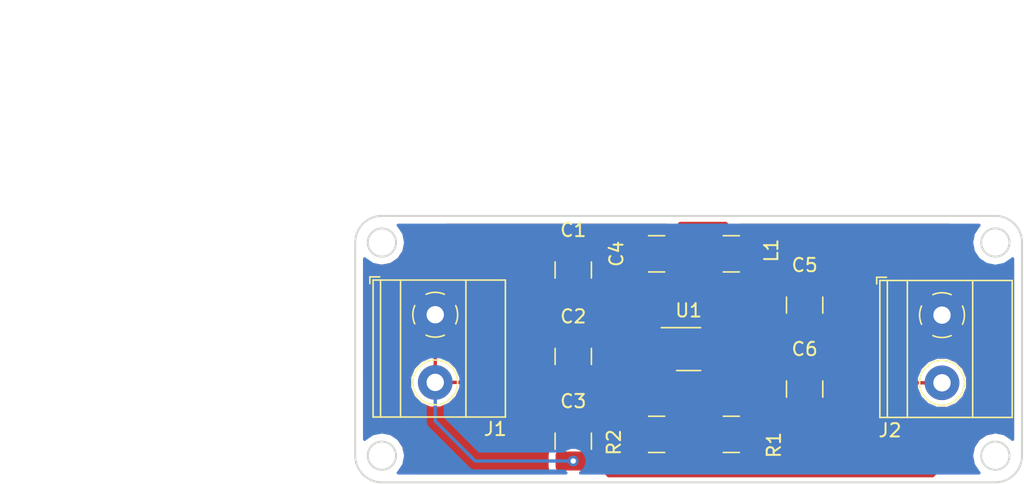
<source format=kicad_pcb>
(kicad_pcb (version 20171130) (host pcbnew "(5.0.0)")

  (general
    (thickness 1.6)
    (drawings 19)
    (tracks 124)
    (zones 0)
    (modules 12)
    (nets 7)
  )

  (page A4)
  (layers
    (0 F.Cu signal)
    (31 B.Cu signal)
    (32 B.Adhes user hide)
    (33 F.Adhes user hide)
    (34 B.Paste user)
    (35 F.Paste user hide)
    (36 B.SilkS user)
    (37 F.SilkS user)
    (38 B.Mask user)
    (39 F.Mask user)
    (40 Dwgs.User user hide)
    (41 Cmts.User user hide)
    (42 Eco1.User user hide)
    (43 Eco2.User user hide)
    (44 Edge.Cuts user)
    (45 Margin user)
    (46 B.CrtYd user hide)
    (47 F.CrtYd user hide)
    (48 B.Fab user hide)
    (49 F.Fab user hide)
  )

  (setup
    (last_trace_width 0.25)
    (user_trace_width 0.3)
    (user_trace_width 0.5)
    (user_trace_width 0.75)
    (user_trace_width 1)
    (user_trace_width 1.5)
    (user_trace_width 2)
    (trace_clearance 0.2)
    (zone_clearance 0.508)
    (zone_45_only no)
    (trace_min 0.2)
    (segment_width 0.2)
    (edge_width 0.15)
    (via_size 0.8)
    (via_drill 0.4)
    (via_min_size 0.4)
    (via_min_drill 0.3)
    (uvia_size 0.3)
    (uvia_drill 0.1)
    (uvias_allowed no)
    (uvia_min_size 0.2)
    (uvia_min_drill 0.1)
    (pcb_text_width 0.3)
    (pcb_text_size 1.5 1.5)
    (mod_edge_width 0.15)
    (mod_text_size 1 1)
    (mod_text_width 0.15)
    (pad_size 1.524 1.524)
    (pad_drill 0.762)
    (pad_to_mask_clearance 0.2)
    (aux_axis_origin 0 0)
    (visible_elements 7FFFFFFF)
    (pcbplotparams
      (layerselection 0x010fc_ffffffff)
      (usegerberextensions false)
      (usegerberattributes false)
      (usegerberadvancedattributes false)
      (creategerberjobfile false)
      (excludeedgelayer true)
      (linewidth 0.100000)
      (plotframeref false)
      (viasonmask false)
      (mode 1)
      (useauxorigin false)
      (hpglpennumber 1)
      (hpglpenspeed 20)
      (hpglpendiameter 15.000000)
      (psnegative false)
      (psa4output false)
      (plotreference true)
      (plotvalue true)
      (plotinvisibletext false)
      (padsonsilk false)
      (subtractmaskfromsilk false)
      (outputformat 1)
      (mirror false)
      (drillshape 1)
      (scaleselection 1)
      (outputdirectory "C:/Users/eduar/OneDrive - Universidad Autónoma de Nuevo León/Desktop/Curso PCBs/Practica 1 regulador de voltaje tps563200-20200330T234318Z-001/Imagenes/"))
  )

  (net 0 "")
  (net 1 VDD)
  (net 2 GND)
  (net 3 "Net-(C4-Pad2)")
  (net 4 "Net-(C4-Pad1)")
  (net 5 +5V)
  (net 6 "Net-(R1-Pad2)")

  (net_class Default "Esta es la clase de red por defecto."
    (clearance 0.2)
    (trace_width 0.25)
    (via_dia 0.8)
    (via_drill 0.4)
    (uvia_dia 0.3)
    (uvia_drill 0.1)
    (add_net +5V)
    (add_net GND)
    (add_net "Net-(C4-Pad1)")
    (add_net "Net-(C4-Pad2)")
    (add_net "Net-(R1-Pad2)")
    (add_net VDD)
  )

  (module TerminalBlock_Phoenix:TerminalBlock_Phoenix_MKDS-1,5-2-5.08_1x02_P5.08mm_Horizontal (layer F.Cu) (tedit 5B294EBC) (tstamp 5E83EC38)
    (at 118 89.42 270)
    (descr "Terminal Block Phoenix MKDS-1,5-2-5.08, 2 pins, pitch 5.08mm, size 10.2x9.8mm^2, drill diamater 1.3mm, pad diameter 2.6mm, see http://www.farnell.com/datasheets/100425.pdf, script-generated using https://github.com/pointhi/kicad-footprint-generator/scripts/TerminalBlock_Phoenix")
    (tags "THT Terminal Block Phoenix MKDS-1,5-2-5.08 pitch 5.08mm size 10.2x9.8mm^2 drill 1.3mm pad 2.6mm")
    (path /5E794FA5)
    (fp_text reference J1 (at 8.58 -4.5) (layer F.SilkS)
      (effects (font (size 1 1) (thickness 0.15)))
    )
    (fp_text value Screw_Terminal_01x02 (at -4 -3) (layer F.Fab)
      (effects (font (size 1 1) (thickness 0.15)))
    )
    (fp_text user %R (at 2.54 3.2 270) (layer F.Fab)
      (effects (font (size 1 1) (thickness 0.15)))
    )
    (fp_line (start 8.13 -5.71) (end -3.04 -5.71) (layer F.CrtYd) (width 0.05))
    (fp_line (start 8.13 5.1) (end 8.13 -5.71) (layer F.CrtYd) (width 0.05))
    (fp_line (start -3.04 5.1) (end 8.13 5.1) (layer F.CrtYd) (width 0.05))
    (fp_line (start -3.04 -5.71) (end -3.04 5.1) (layer F.CrtYd) (width 0.05))
    (fp_line (start -2.84 4.9) (end -2.34 4.9) (layer F.SilkS) (width 0.12))
    (fp_line (start -2.84 4.16) (end -2.84 4.9) (layer F.SilkS) (width 0.12))
    (fp_line (start 3.853 1.023) (end 3.806 1.069) (layer F.SilkS) (width 0.12))
    (fp_line (start 6.15 -1.275) (end 6.115 -1.239) (layer F.SilkS) (width 0.12))
    (fp_line (start 4.046 1.239) (end 4.011 1.274) (layer F.SilkS) (width 0.12))
    (fp_line (start 6.355 -1.069) (end 6.308 -1.023) (layer F.SilkS) (width 0.12))
    (fp_line (start 6.035 -1.138) (end 3.943 0.955) (layer F.Fab) (width 0.1))
    (fp_line (start 6.218 -0.955) (end 4.126 1.138) (layer F.Fab) (width 0.1))
    (fp_line (start 0.955 -1.138) (end -1.138 0.955) (layer F.Fab) (width 0.1))
    (fp_line (start 1.138 -0.955) (end -0.955 1.138) (layer F.Fab) (width 0.1))
    (fp_line (start 7.68 -5.261) (end 7.68 4.66) (layer F.SilkS) (width 0.12))
    (fp_line (start -2.6 -5.261) (end -2.6 4.66) (layer F.SilkS) (width 0.12))
    (fp_line (start -2.6 4.66) (end 7.68 4.66) (layer F.SilkS) (width 0.12))
    (fp_line (start -2.6 -5.261) (end 7.68 -5.261) (layer F.SilkS) (width 0.12))
    (fp_line (start -2.6 -2.301) (end 7.68 -2.301) (layer F.SilkS) (width 0.12))
    (fp_line (start -2.54 -2.3) (end 7.62 -2.3) (layer F.Fab) (width 0.1))
    (fp_line (start -2.6 2.6) (end 7.68 2.6) (layer F.SilkS) (width 0.12))
    (fp_line (start -2.54 2.6) (end 7.62 2.6) (layer F.Fab) (width 0.1))
    (fp_line (start -2.6 4.1) (end 7.68 4.1) (layer F.SilkS) (width 0.12))
    (fp_line (start -2.54 4.1) (end 7.62 4.1) (layer F.Fab) (width 0.1))
    (fp_line (start -2.54 4.1) (end -2.54 -5.2) (layer F.Fab) (width 0.1))
    (fp_line (start -2.04 4.6) (end -2.54 4.1) (layer F.Fab) (width 0.1))
    (fp_line (start 7.62 4.6) (end -2.04 4.6) (layer F.Fab) (width 0.1))
    (fp_line (start 7.62 -5.2) (end 7.62 4.6) (layer F.Fab) (width 0.1))
    (fp_line (start -2.54 -5.2) (end 7.62 -5.2) (layer F.Fab) (width 0.1))
    (fp_circle (center 5.08 0) (end 6.76 0) (layer F.SilkS) (width 0.12))
    (fp_circle (center 5.08 0) (end 6.58 0) (layer F.Fab) (width 0.1))
    (fp_circle (center 0 0) (end 1.5 0) (layer F.Fab) (width 0.1))
    (fp_arc (start 0 0) (end -0.684 1.535) (angle -25) (layer F.SilkS) (width 0.12))
    (fp_arc (start 0 0) (end -1.535 -0.684) (angle -48) (layer F.SilkS) (width 0.12))
    (fp_arc (start 0 0) (end 0.684 -1.535) (angle -48) (layer F.SilkS) (width 0.12))
    (fp_arc (start 0 0) (end 1.535 0.684) (angle -48) (layer F.SilkS) (width 0.12))
    (fp_arc (start 0 0) (end 0 1.68) (angle -24) (layer F.SilkS) (width 0.12))
    (pad 2 thru_hole circle (at 5.08 0 270) (size 2.6 2.6) (drill 1.3) (layers *.Cu *.Mask)
      (net 1 VDD))
    (pad 1 thru_hole rect (at 0 0 270) (size 2.6 2.6) (drill 1.3) (layers *.Cu *.Mask)
      (net 2 GND))
    (model ${KISYS3DMOD}/TerminalBlock_Phoenix.3dshapes/TerminalBlock_Phoenix_MKDS-1,5-2-5.08_1x02_P5.08mm_Horizontal.wrl
      (at (xyz 0 0 0))
      (scale (xyz 1 1 1))
      (rotate (xyz 0 0 0))
    )
  )

  (module TerminalBlock_Phoenix:TerminalBlock_Phoenix_MKDS-1,5-2-5.08_1x02_P5.08mm_Horizontal (layer F.Cu) (tedit 5B294EBC) (tstamp 5E91A7AC)
    (at 156 89.45 270)
    (descr "Terminal Block Phoenix MKDS-1,5-2-5.08, 2 pins, pitch 5.08mm, size 10.2x9.8mm^2, drill diamater 1.3mm, pad diameter 2.6mm, see http://www.farnell.com/datasheets/100425.pdf, script-generated using https://github.com/pointhi/kicad-footprint-generator/scripts/TerminalBlock_Phoenix")
    (tags "THT Terminal Block Phoenix MKDS-1,5-2-5.08 pitch 5.08mm size 10.2x9.8mm^2 drill 1.3mm pad 2.6mm")
    (path /5E82CC39)
    (fp_text reference J2 (at 8.65 3.9) (layer F.SilkS)
      (effects (font (size 1 1) (thickness 0.15)))
    )
    (fp_text value Screw_Terminal_01x02 (at -6 2) (layer F.Fab)
      (effects (font (size 1 1) (thickness 0.15)))
    )
    (fp_arc (start 0 0) (end 0 1.68) (angle -24) (layer F.SilkS) (width 0.12))
    (fp_arc (start 0 0) (end 1.535 0.684) (angle -48) (layer F.SilkS) (width 0.12))
    (fp_arc (start 0 0) (end 0.684 -1.535) (angle -48) (layer F.SilkS) (width 0.12))
    (fp_arc (start 0 0) (end -1.535 -0.684) (angle -48) (layer F.SilkS) (width 0.12))
    (fp_arc (start 0 0) (end -0.684 1.535) (angle -25) (layer F.SilkS) (width 0.12))
    (fp_circle (center 0 0) (end 1.5 0) (layer F.Fab) (width 0.1))
    (fp_circle (center 5.08 0) (end 6.58 0) (layer F.Fab) (width 0.1))
    (fp_circle (center 5.08 0) (end 6.76 0) (layer F.SilkS) (width 0.12))
    (fp_line (start -2.54 -5.2) (end 7.62 -5.2) (layer F.Fab) (width 0.1))
    (fp_line (start 7.62 -5.2) (end 7.62 4.6) (layer F.Fab) (width 0.1))
    (fp_line (start 7.62 4.6) (end -2.04 4.6) (layer F.Fab) (width 0.1))
    (fp_line (start -2.04 4.6) (end -2.54 4.1) (layer F.Fab) (width 0.1))
    (fp_line (start -2.54 4.1) (end -2.54 -5.2) (layer F.Fab) (width 0.1))
    (fp_line (start -2.54 4.1) (end 7.62 4.1) (layer F.Fab) (width 0.1))
    (fp_line (start -2.6 4.1) (end 7.68 4.1) (layer F.SilkS) (width 0.12))
    (fp_line (start -2.54 2.6) (end 7.62 2.6) (layer F.Fab) (width 0.1))
    (fp_line (start -2.6 2.6) (end 7.68 2.6) (layer F.SilkS) (width 0.12))
    (fp_line (start -2.54 -2.3) (end 7.62 -2.3) (layer F.Fab) (width 0.1))
    (fp_line (start -2.6 -2.301) (end 7.68 -2.301) (layer F.SilkS) (width 0.12))
    (fp_line (start -2.6 -5.261) (end 7.68 -5.261) (layer F.SilkS) (width 0.12))
    (fp_line (start -2.6 4.66) (end 7.68 4.66) (layer F.SilkS) (width 0.12))
    (fp_line (start -2.6 -5.261) (end -2.6 4.66) (layer F.SilkS) (width 0.12))
    (fp_line (start 7.68 -5.261) (end 7.68 4.66) (layer F.SilkS) (width 0.12))
    (fp_line (start 1.138 -0.955) (end -0.955 1.138) (layer F.Fab) (width 0.1))
    (fp_line (start 0.955 -1.138) (end -1.138 0.955) (layer F.Fab) (width 0.1))
    (fp_line (start 6.218 -0.955) (end 4.126 1.138) (layer F.Fab) (width 0.1))
    (fp_line (start 6.035 -1.138) (end 3.943 0.955) (layer F.Fab) (width 0.1))
    (fp_line (start 6.355 -1.069) (end 6.308 -1.023) (layer F.SilkS) (width 0.12))
    (fp_line (start 4.046 1.239) (end 4.011 1.274) (layer F.SilkS) (width 0.12))
    (fp_line (start 6.15 -1.275) (end 6.115 -1.239) (layer F.SilkS) (width 0.12))
    (fp_line (start 3.853 1.023) (end 3.806 1.069) (layer F.SilkS) (width 0.12))
    (fp_line (start -2.84 4.16) (end -2.84 4.9) (layer F.SilkS) (width 0.12))
    (fp_line (start -2.84 4.9) (end -2.34 4.9) (layer F.SilkS) (width 0.12))
    (fp_line (start -3.04 -5.71) (end -3.04 5.1) (layer F.CrtYd) (width 0.05))
    (fp_line (start -3.04 5.1) (end 8.13 5.1) (layer F.CrtYd) (width 0.05))
    (fp_line (start 8.13 5.1) (end 8.13 -5.71) (layer F.CrtYd) (width 0.05))
    (fp_line (start 8.13 -5.71) (end -3.04 -5.71) (layer F.CrtYd) (width 0.05))
    (fp_text user %R (at 2.54 3.2 270) (layer F.Fab)
      (effects (font (size 1 1) (thickness 0.15)))
    )
    (pad 1 thru_hole rect (at 0 0 270) (size 2.6 2.6) (drill 1.3) (layers *.Cu *.Mask)
      (net 2 GND))
    (pad 2 thru_hole circle (at 5.08 0 270) (size 2.6 2.6) (drill 1.3) (layers *.Cu *.Mask)
      (net 5 +5V))
    (model ${KISYS3DMOD}/TerminalBlock_Phoenix.3dshapes/TerminalBlock_Phoenix_MKDS-1,5-2-5.08_1x02_P5.08mm_Horizontal.wrl
      (at (xyz 0 0 0))
      (scale (xyz 1 1 1))
      (rotate (xyz 0 0 0))
    )
  )

  (module Capacitor_SMD:C_1210_3225Metric_Pad1.42x2.65mm_HandSolder (layer F.Cu) (tedit 5B301BBE) (tstamp 5E91AA67)
    (at 128.35 86.0625 90)
    (descr "Capacitor SMD 1210 (3225 Metric), square (rectangular) end terminal, IPC_7351 nominal with elongated pad for handsoldering. (Body size source: http://www.tortai-tech.com/upload/download/2011102023233369053.pdf), generated with kicad-footprint-generator")
    (tags "capacitor handsolder")
    (path /5E79524F)
    (attr smd)
    (fp_text reference C1 (at 3 0) (layer F.SilkS)
      (effects (font (size 1 1) (thickness 0.15)))
    )
    (fp_text value 10uF (at -3.5 0 180) (layer F.Fab)
      (effects (font (size 1 1) (thickness 0.15)))
    )
    (fp_text user %R (at 0 0 90) (layer F.Fab)
      (effects (font (size 0.8 0.8) (thickness 0.12)))
    )
    (fp_line (start 2.45 1.58) (end -2.45 1.58) (layer F.CrtYd) (width 0.05))
    (fp_line (start 2.45 -1.58) (end 2.45 1.58) (layer F.CrtYd) (width 0.05))
    (fp_line (start -2.45 -1.58) (end 2.45 -1.58) (layer F.CrtYd) (width 0.05))
    (fp_line (start -2.45 1.58) (end -2.45 -1.58) (layer F.CrtYd) (width 0.05))
    (fp_line (start -0.602064 1.36) (end 0.602064 1.36) (layer F.SilkS) (width 0.12))
    (fp_line (start -0.602064 -1.36) (end 0.602064 -1.36) (layer F.SilkS) (width 0.12))
    (fp_line (start 1.6 1.25) (end -1.6 1.25) (layer F.Fab) (width 0.1))
    (fp_line (start 1.6 -1.25) (end 1.6 1.25) (layer F.Fab) (width 0.1))
    (fp_line (start -1.6 -1.25) (end 1.6 -1.25) (layer F.Fab) (width 0.1))
    (fp_line (start -1.6 1.25) (end -1.6 -1.25) (layer F.Fab) (width 0.1))
    (pad 2 smd roundrect (at 1.4875 0 90) (size 1.425 2.65) (layers F.Cu F.Paste F.Mask) (roundrect_rratio 0.175439)
      (net 2 GND))
    (pad 1 smd roundrect (at -1.4875 0 90) (size 1.425 2.65) (layers F.Cu F.Paste F.Mask) (roundrect_rratio 0.175439)
      (net 1 VDD))
    (model ${KISYS3DMOD}/Capacitor_SMD.3dshapes/C_1210_3225Metric.wrl
      (at (xyz 0 0 0))
      (scale (xyz 1 1 1))
      (rotate (xyz 0 0 0))
    )
  )

  (module Capacitor_SMD:C_1210_3225Metric_Pad1.42x2.65mm_HandSolder (layer F.Cu) (tedit 5B301BBE) (tstamp 5E91AA37)
    (at 128.35 92.55 90)
    (descr "Capacitor SMD 1210 (3225 Metric), square (rectangular) end terminal, IPC_7351 nominal with elongated pad for handsoldering. (Body size source: http://www.tortai-tech.com/upload/download/2011102023233369053.pdf), generated with kicad-footprint-generator")
    (tags "capacitor handsolder")
    (path /5E829DC6)
    (attr smd)
    (fp_text reference C2 (at 3 0 180) (layer F.SilkS)
      (effects (font (size 1 1) (thickness 0.15)))
    )
    (fp_text value 10uF (at -3.5 0 180) (layer F.Fab)
      (effects (font (size 1 1) (thickness 0.15)))
    )
    (fp_text user %R (at 0 0 90) (layer F.Fab)
      (effects (font (size 0.8 0.8) (thickness 0.12)))
    )
    (fp_line (start 2.45 1.58) (end -2.45 1.58) (layer F.CrtYd) (width 0.05))
    (fp_line (start 2.45 -1.58) (end 2.45 1.58) (layer F.CrtYd) (width 0.05))
    (fp_line (start -2.45 -1.58) (end 2.45 -1.58) (layer F.CrtYd) (width 0.05))
    (fp_line (start -2.45 1.58) (end -2.45 -1.58) (layer F.CrtYd) (width 0.05))
    (fp_line (start -0.602064 1.36) (end 0.602064 1.36) (layer F.SilkS) (width 0.12))
    (fp_line (start -0.602064 -1.36) (end 0.602064 -1.36) (layer F.SilkS) (width 0.12))
    (fp_line (start 1.6 1.25) (end -1.6 1.25) (layer F.Fab) (width 0.1))
    (fp_line (start 1.6 -1.25) (end 1.6 1.25) (layer F.Fab) (width 0.1))
    (fp_line (start -1.6 -1.25) (end 1.6 -1.25) (layer F.Fab) (width 0.1))
    (fp_line (start -1.6 1.25) (end -1.6 -1.25) (layer F.Fab) (width 0.1))
    (pad 2 smd roundrect (at 1.4875 0 90) (size 1.425 2.65) (layers F.Cu F.Paste F.Mask) (roundrect_rratio 0.175439)
      (net 2 GND))
    (pad 1 smd roundrect (at -1.4875 0 90) (size 1.425 2.65) (layers F.Cu F.Paste F.Mask) (roundrect_rratio 0.175439)
      (net 1 VDD))
    (model ${KISYS3DMOD}/Capacitor_SMD.3dshapes/C_1210_3225Metric.wrl
      (at (xyz 0 0 0))
      (scale (xyz 1 1 1))
      (rotate (xyz 0 0 0))
    )
  )

  (module Capacitor_SMD:C_1210_3225Metric_Pad1.42x2.65mm_HandSolder (layer F.Cu) (tedit 5B301BBE) (tstamp 5E91AA07)
    (at 128.35 98.9125 90)
    (descr "Capacitor SMD 1210 (3225 Metric), square (rectangular) end terminal, IPC_7351 nominal with elongated pad for handsoldering. (Body size source: http://www.tortai-tech.com/upload/download/2011102023233369053.pdf), generated with kicad-footprint-generator")
    (tags "capacitor handsolder")
    (path /5E82A891)
    (attr smd)
    (fp_text reference C3 (at 3 0 180) (layer F.SilkS)
      (effects (font (size 1 1) (thickness 0.15)))
    )
    (fp_text value 0.1uF (at -3.5 0 180) (layer F.Fab)
      (effects (font (size 1 1) (thickness 0.15)))
    )
    (fp_line (start -1.6 1.25) (end -1.6 -1.25) (layer F.Fab) (width 0.1))
    (fp_line (start -1.6 -1.25) (end 1.6 -1.25) (layer F.Fab) (width 0.1))
    (fp_line (start 1.6 -1.25) (end 1.6 1.25) (layer F.Fab) (width 0.1))
    (fp_line (start 1.6 1.25) (end -1.6 1.25) (layer F.Fab) (width 0.1))
    (fp_line (start -0.602064 -1.36) (end 0.602064 -1.36) (layer F.SilkS) (width 0.12))
    (fp_line (start -0.602064 1.36) (end 0.602064 1.36) (layer F.SilkS) (width 0.12))
    (fp_line (start -2.45 1.58) (end -2.45 -1.58) (layer F.CrtYd) (width 0.05))
    (fp_line (start -2.45 -1.58) (end 2.45 -1.58) (layer F.CrtYd) (width 0.05))
    (fp_line (start 2.45 -1.58) (end 2.45 1.58) (layer F.CrtYd) (width 0.05))
    (fp_line (start 2.45 1.58) (end -2.45 1.58) (layer F.CrtYd) (width 0.05))
    (fp_text user %R (at 0 0 90) (layer F.Fab)
      (effects (font (size 0.8 0.8) (thickness 0.12)))
    )
    (pad 1 smd roundrect (at -1.4875 0 90) (size 1.425 2.65) (layers F.Cu F.Paste F.Mask) (roundrect_rratio 0.175439)
      (net 1 VDD))
    (pad 2 smd roundrect (at 1.4875 0 90) (size 1.425 2.65) (layers F.Cu F.Paste F.Mask) (roundrect_rratio 0.175439)
      (net 2 GND))
    (model ${KISYS3DMOD}/Capacitor_SMD.3dshapes/C_1210_3225Metric.wrl
      (at (xyz 0 0 0))
      (scale (xyz 1 1 1))
      (rotate (xyz 0 0 0))
    )
  )

  (module Capacitor_SMD:C_1210_3225Metric_Pad1.42x2.65mm_HandSolder (layer F.Cu) (tedit 5B301BBE) (tstamp 5E919213)
    (at 134.6 84.85)
    (descr "Capacitor SMD 1210 (3225 Metric), square (rectangular) end terminal, IPC_7351 nominal with elongated pad for handsoldering. (Body size source: http://www.tortai-tech.com/upload/download/2011102023233369053.pdf), generated with kicad-footprint-generator")
    (tags "capacitor handsolder")
    (path /5E832A4A)
    (attr smd)
    (fp_text reference C4 (at -3.0125 0 90) (layer F.SilkS)
      (effects (font (size 1 1) (thickness 0.15)))
    )
    (fp_text value 0.1uF (at 0 2.28) (layer F.Fab)
      (effects (font (size 1 1) (thickness 0.15)))
    )
    (fp_line (start -1.6 1.25) (end -1.6 -1.25) (layer F.Fab) (width 0.1))
    (fp_line (start -1.6 -1.25) (end 1.6 -1.25) (layer F.Fab) (width 0.1))
    (fp_line (start 1.6 -1.25) (end 1.6 1.25) (layer F.Fab) (width 0.1))
    (fp_line (start 1.6 1.25) (end -1.6 1.25) (layer F.Fab) (width 0.1))
    (fp_line (start -0.602064 -1.36) (end 0.602064 -1.36) (layer F.SilkS) (width 0.12))
    (fp_line (start -0.602064 1.36) (end 0.602064 1.36) (layer F.SilkS) (width 0.12))
    (fp_line (start -2.45 1.58) (end -2.45 -1.58) (layer F.CrtYd) (width 0.05))
    (fp_line (start -2.45 -1.58) (end 2.45 -1.58) (layer F.CrtYd) (width 0.05))
    (fp_line (start 2.45 -1.58) (end 2.45 1.58) (layer F.CrtYd) (width 0.05))
    (fp_line (start 2.45 1.58) (end -2.45 1.58) (layer F.CrtYd) (width 0.05))
    (fp_text user %R (at 0 0) (layer F.Fab)
      (effects (font (size 0.8 0.8) (thickness 0.12)))
    )
    (pad 1 smd roundrect (at -1.4875 0) (size 1.425 2.65) (layers F.Cu F.Paste F.Mask) (roundrect_rratio 0.175439)
      (net 4 "Net-(C4-Pad1)"))
    (pad 2 smd roundrect (at 1.4875 0) (size 1.425 2.65) (layers F.Cu F.Paste F.Mask) (roundrect_rratio 0.175439)
      (net 3 "Net-(C4-Pad2)"))
    (model ${KISYS3DMOD}/Capacitor_SMD.3dshapes/C_1210_3225Metric.wrl
      (at (xyz 0 0 0))
      (scale (xyz 1 1 1))
      (rotate (xyz 0 0 0))
    )
  )

  (module Capacitor_SMD:C_1210_3225Metric_Pad1.42x2.65mm_HandSolder (layer F.Cu) (tedit 5B301BBE) (tstamp 5E836212)
    (at 145.7 88.7 90)
    (descr "Capacitor SMD 1210 (3225 Metric), square (rectangular) end terminal, IPC_7351 nominal with elongated pad for handsoldering. (Body size source: http://www.tortai-tech.com/upload/download/2011102023233369053.pdf), generated with kicad-footprint-generator")
    (tags "capacitor handsolder")
    (path /5E8305A9)
    (attr smd)
    (fp_text reference C5 (at 3 0) (layer F.SilkS)
      (effects (font (size 1 1) (thickness 0.15)))
    )
    (fp_text value 22uF (at -3.5 0 180) (layer F.Fab)
      (effects (font (size 1 1) (thickness 0.15)))
    )
    (fp_line (start -1.6 1.25) (end -1.6 -1.25) (layer F.Fab) (width 0.1))
    (fp_line (start -1.6 -1.25) (end 1.6 -1.25) (layer F.Fab) (width 0.1))
    (fp_line (start 1.6 -1.25) (end 1.6 1.25) (layer F.Fab) (width 0.1))
    (fp_line (start 1.6 1.25) (end -1.6 1.25) (layer F.Fab) (width 0.1))
    (fp_line (start -0.602064 -1.36) (end 0.602064 -1.36) (layer F.SilkS) (width 0.12))
    (fp_line (start -0.602064 1.36) (end 0.602064 1.36) (layer F.SilkS) (width 0.12))
    (fp_line (start -2.45 1.58) (end -2.45 -1.58) (layer F.CrtYd) (width 0.05))
    (fp_line (start -2.45 -1.58) (end 2.45 -1.58) (layer F.CrtYd) (width 0.05))
    (fp_line (start 2.45 -1.58) (end 2.45 1.58) (layer F.CrtYd) (width 0.05))
    (fp_line (start 2.45 1.58) (end -2.45 1.58) (layer F.CrtYd) (width 0.05))
    (fp_text user %R (at 0 0 90) (layer F.Fab)
      (effects (font (size 0.8 0.8) (thickness 0.12)))
    )
    (pad 1 smd roundrect (at -1.4875 0 90) (size 1.425 2.65) (layers F.Cu F.Paste F.Mask) (roundrect_rratio 0.175439)
      (net 5 +5V))
    (pad 2 smd roundrect (at 1.4875 0 90) (size 1.425 2.65) (layers F.Cu F.Paste F.Mask) (roundrect_rratio 0.175439)
      (net 2 GND))
    (model ${KISYS3DMOD}/Capacitor_SMD.3dshapes/C_1210_3225Metric.wrl
      (at (xyz 0 0 0))
      (scale (xyz 1 1 1))
      (rotate (xyz 0 0 0))
    )
  )

  (module Capacitor_SMD:C_1210_3225Metric_Pad1.42x2.65mm_HandSolder (layer F.Cu) (tedit 5B301BBE) (tstamp 5E836242)
    (at 145.7 95 90)
    (descr "Capacitor SMD 1210 (3225 Metric), square (rectangular) end terminal, IPC_7351 nominal with elongated pad for handsoldering. (Body size source: http://www.tortai-tech.com/upload/download/2011102023233369053.pdf), generated with kicad-footprint-generator")
    (tags "capacitor handsolder")
    (path /5E79B431)
    (attr smd)
    (fp_text reference C6 (at 3 0 180) (layer F.SilkS)
      (effects (font (size 1 1) (thickness 0.15)))
    )
    (fp_text value 22uF (at -3.5 0 180) (layer F.Fab)
      (effects (font (size 1 1) (thickness 0.15)))
    )
    (fp_text user %R (at 0 0 90) (layer F.Fab)
      (effects (font (size 0.8 0.8) (thickness 0.12)))
    )
    (fp_line (start 2.45 1.58) (end -2.45 1.58) (layer F.CrtYd) (width 0.05))
    (fp_line (start 2.45 -1.58) (end 2.45 1.58) (layer F.CrtYd) (width 0.05))
    (fp_line (start -2.45 -1.58) (end 2.45 -1.58) (layer F.CrtYd) (width 0.05))
    (fp_line (start -2.45 1.58) (end -2.45 -1.58) (layer F.CrtYd) (width 0.05))
    (fp_line (start -0.602064 1.36) (end 0.602064 1.36) (layer F.SilkS) (width 0.12))
    (fp_line (start -0.602064 -1.36) (end 0.602064 -1.36) (layer F.SilkS) (width 0.12))
    (fp_line (start 1.6 1.25) (end -1.6 1.25) (layer F.Fab) (width 0.1))
    (fp_line (start 1.6 -1.25) (end 1.6 1.25) (layer F.Fab) (width 0.1))
    (fp_line (start -1.6 -1.25) (end 1.6 -1.25) (layer F.Fab) (width 0.1))
    (fp_line (start -1.6 1.25) (end -1.6 -1.25) (layer F.Fab) (width 0.1))
    (pad 2 smd roundrect (at 1.4875 0 90) (size 1.425 2.65) (layers F.Cu F.Paste F.Mask) (roundrect_rratio 0.175439)
      (net 2 GND))
    (pad 1 smd roundrect (at -1.4875 0 90) (size 1.425 2.65) (layers F.Cu F.Paste F.Mask) (roundrect_rratio 0.175439)
      (net 5 +5V))
    (model ${KISYS3DMOD}/Capacitor_SMD.3dshapes/C_1210_3225Metric.wrl
      (at (xyz 0 0 0))
      (scale (xyz 1 1 1))
      (rotate (xyz 0 0 0))
    )
  )

  (module Inductor_SMD:L_1210_3225Metric_Pad1.42x2.65mm_HandSolder (layer F.Cu) (tedit 5B301BBE) (tstamp 5E919243)
    (at 140.2 84.85)
    (descr "Capacitor SMD 1210 (3225 Metric), square (rectangular) end terminal, IPC_7351 nominal with elongated pad for handsoldering. (Body size source: http://www.tortai-tech.com/upload/download/2011102023233369053.pdf), generated with kicad-footprint-generator")
    (tags "inductor handsolder")
    (path /5E79AF54)
    (attr smd)
    (fp_text reference L1 (at 3 -0.25 90) (layer F.SilkS)
      (effects (font (size 1 1) (thickness 0.15)))
    )
    (fp_text value 2.2uH (at 0 2.28) (layer F.Fab)
      (effects (font (size 1 1) (thickness 0.15)))
    )
    (fp_text user %R (at 0 0) (layer F.Fab)
      (effects (font (size 0.8 0.8) (thickness 0.12)))
    )
    (fp_line (start 2.45 1.58) (end -2.45 1.58) (layer F.CrtYd) (width 0.05))
    (fp_line (start 2.45 -1.58) (end 2.45 1.58) (layer F.CrtYd) (width 0.05))
    (fp_line (start -2.45 -1.58) (end 2.45 -1.58) (layer F.CrtYd) (width 0.05))
    (fp_line (start -2.45 1.58) (end -2.45 -1.58) (layer F.CrtYd) (width 0.05))
    (fp_line (start -0.602064 1.36) (end 0.602064 1.36) (layer F.SilkS) (width 0.12))
    (fp_line (start -0.602064 -1.36) (end 0.602064 -1.36) (layer F.SilkS) (width 0.12))
    (fp_line (start 1.6 1.25) (end -1.6 1.25) (layer F.Fab) (width 0.1))
    (fp_line (start 1.6 -1.25) (end 1.6 1.25) (layer F.Fab) (width 0.1))
    (fp_line (start -1.6 -1.25) (end 1.6 -1.25) (layer F.Fab) (width 0.1))
    (fp_line (start -1.6 1.25) (end -1.6 -1.25) (layer F.Fab) (width 0.1))
    (pad 2 smd roundrect (at 1.4875 0) (size 1.425 2.65) (layers F.Cu F.Paste F.Mask) (roundrect_rratio 0.175439)
      (net 5 +5V))
    (pad 1 smd roundrect (at -1.4875 0) (size 1.425 2.65) (layers F.Cu F.Paste F.Mask) (roundrect_rratio 0.175439)
      (net 4 "Net-(C4-Pad1)"))
    (model ${KISYS3DMOD}/Inductor_SMD.3dshapes/L_1210_3225Metric.wrl
      (at (xyz 0 0 0))
      (scale (xyz 1 1 1))
      (rotate (xyz 0 0 0))
    )
  )

  (module Resistor_SMD:R_1210_3225Metric_Pad1.42x2.65mm_HandSolder (layer F.Cu) (tedit 5B301BBD) (tstamp 5E91A8E3)
    (at 140.2 98.4 180)
    (descr "Resistor SMD 1210 (3225 Metric), square (rectangular) end terminal, IPC_7351 nominal with elongated pad for handsoldering. (Body size source: http://www.tortai-tech.com/upload/download/2011102023233369053.pdf), generated with kicad-footprint-generator")
    (tags "resistor handsolder")
    (path /5E79C77A)
    (attr smd)
    (fp_text reference R1 (at -3.2 -0.8 270) (layer F.SilkS)
      (effects (font (size 1 1) (thickness 0.15)))
    )
    (fp_text value 54.9K (at -0.2 2.4) (layer F.Fab)
      (effects (font (size 1 1) (thickness 0.15)))
    )
    (fp_text user %R (at 0 0 180) (layer F.Fab)
      (effects (font (size 0.8 0.8) (thickness 0.12)))
    )
    (fp_line (start 2.45 1.58) (end -2.45 1.58) (layer F.CrtYd) (width 0.05))
    (fp_line (start 2.45 -1.58) (end 2.45 1.58) (layer F.CrtYd) (width 0.05))
    (fp_line (start -2.45 -1.58) (end 2.45 -1.58) (layer F.CrtYd) (width 0.05))
    (fp_line (start -2.45 1.58) (end -2.45 -1.58) (layer F.CrtYd) (width 0.05))
    (fp_line (start -0.602064 1.36) (end 0.602064 1.36) (layer F.SilkS) (width 0.12))
    (fp_line (start -0.602064 -1.36) (end 0.602064 -1.36) (layer F.SilkS) (width 0.12))
    (fp_line (start 1.6 1.25) (end -1.6 1.25) (layer F.Fab) (width 0.1))
    (fp_line (start 1.6 -1.25) (end 1.6 1.25) (layer F.Fab) (width 0.1))
    (fp_line (start -1.6 -1.25) (end 1.6 -1.25) (layer F.Fab) (width 0.1))
    (fp_line (start -1.6 1.25) (end -1.6 -1.25) (layer F.Fab) (width 0.1))
    (pad 2 smd roundrect (at 1.4875 0 180) (size 1.425 2.65) (layers F.Cu F.Paste F.Mask) (roundrect_rratio 0.175439)
      (net 6 "Net-(R1-Pad2)"))
    (pad 1 smd roundrect (at -1.4875 0 180) (size 1.425 2.65) (layers F.Cu F.Paste F.Mask) (roundrect_rratio 0.175439)
      (net 5 +5V))
    (model ${KISYS3DMOD}/Resistor_SMD.3dshapes/R_1210_3225Metric.wrl
      (at (xyz 0 0 0))
      (scale (xyz 1 1 1))
      (rotate (xyz 0 0 0))
    )
  )

  (module Resistor_SMD:R_1210_3225Metric_Pad1.42x2.65mm_HandSolder (layer F.Cu) (tedit 5B301BBD) (tstamp 5E9174E4)
    (at 134.6 98.4)
    (descr "Resistor SMD 1210 (3225 Metric), square (rectangular) end terminal, IPC_7351 nominal with elongated pad for handsoldering. (Body size source: http://www.tortai-tech.com/upload/download/2011102023233369053.pdf), generated with kicad-footprint-generator")
    (tags "resistor handsolder")
    (path /5E838E6C)
    (attr smd)
    (fp_text reference R2 (at -3.2 0.6 90) (layer F.SilkS)
      (effects (font (size 1 1) (thickness 0.15)))
    )
    (fp_text value 10K (at 0.2 -2.4 180) (layer F.Fab)
      (effects (font (size 1 1) (thickness 0.15)))
    )
    (fp_line (start -1.6 1.25) (end -1.6 -1.25) (layer F.Fab) (width 0.1))
    (fp_line (start -1.6 -1.25) (end 1.6 -1.25) (layer F.Fab) (width 0.1))
    (fp_line (start 1.6 -1.25) (end 1.6 1.25) (layer F.Fab) (width 0.1))
    (fp_line (start 1.6 1.25) (end -1.6 1.25) (layer F.Fab) (width 0.1))
    (fp_line (start -0.602064 -1.36) (end 0.602064 -1.36) (layer F.SilkS) (width 0.12))
    (fp_line (start -0.602064 1.36) (end 0.602064 1.36) (layer F.SilkS) (width 0.12))
    (fp_line (start -2.45 1.58) (end -2.45 -1.58) (layer F.CrtYd) (width 0.05))
    (fp_line (start -2.45 -1.58) (end 2.45 -1.58) (layer F.CrtYd) (width 0.05))
    (fp_line (start 2.45 -1.58) (end 2.45 1.58) (layer F.CrtYd) (width 0.05))
    (fp_line (start 2.45 1.58) (end -2.45 1.58) (layer F.CrtYd) (width 0.05))
    (fp_text user %R (at 0 0) (layer F.Fab)
      (effects (font (size 0.8 0.8) (thickness 0.12)))
    )
    (pad 1 smd roundrect (at -1.4875 0) (size 1.425 2.65) (layers F.Cu F.Paste F.Mask) (roundrect_rratio 0.175439)
      (net 6 "Net-(R1-Pad2)"))
    (pad 2 smd roundrect (at 1.4875 0) (size 1.425 2.65) (layers F.Cu F.Paste F.Mask) (roundrect_rratio 0.175439)
      (net 2 GND))
    (model ${KISYS3DMOD}/Resistor_SMD.3dshapes/R_1210_3225Metric.wrl
      (at (xyz 0 0 0))
      (scale (xyz 1 1 1))
      (rotate (xyz 0 0 0))
    )
  )

  (module Package_TO_SOT_SMD:SOT-23-6_Handsoldering (layer F.Cu) (tedit 5A02FF57) (tstamp 5E912A04)
    (at 137 92)
    (descr "6-pin SOT-23 package, Handsoldering")
    (tags "SOT-23-6 Handsoldering")
    (path /5E799866)
    (attr smd)
    (fp_text reference U1 (at 0 -2.9) (layer F.SilkS)
      (effects (font (size 1 1) (thickness 0.15)))
    )
    (fp_text value TPS563200 (at 0 2.9) (layer F.Fab)
      (effects (font (size 1 1) (thickness 0.15)))
    )
    (fp_line (start 0.9 -1.55) (end 0.9 1.55) (layer F.Fab) (width 0.1))
    (fp_line (start 0.9 1.55) (end -0.9 1.55) (layer F.Fab) (width 0.1))
    (fp_line (start -0.9 -0.9) (end -0.9 1.55) (layer F.Fab) (width 0.1))
    (fp_line (start 0.9 -1.55) (end -0.25 -1.55) (layer F.Fab) (width 0.1))
    (fp_line (start -0.9 -0.9) (end -0.25 -1.55) (layer F.Fab) (width 0.1))
    (fp_line (start -2.4 -1.8) (end 2.4 -1.8) (layer F.CrtYd) (width 0.05))
    (fp_line (start 2.4 -1.8) (end 2.4 1.8) (layer F.CrtYd) (width 0.05))
    (fp_line (start 2.4 1.8) (end -2.4 1.8) (layer F.CrtYd) (width 0.05))
    (fp_line (start -2.4 1.8) (end -2.4 -1.8) (layer F.CrtYd) (width 0.05))
    (fp_line (start 0.9 -1.61) (end -2.05 -1.61) (layer F.SilkS) (width 0.12))
    (fp_line (start -0.9 1.61) (end 0.9 1.61) (layer F.SilkS) (width 0.12))
    (fp_text user %R (at 0 0 90) (layer F.Fab)
      (effects (font (size 0.5 0.5) (thickness 0.075)))
    )
    (pad 5 smd rect (at 1.35 0) (size 1.56 0.65) (layers F.Cu F.Paste F.Mask)
      (net 1 VDD))
    (pad 6 smd rect (at 1.35 -0.95) (size 1.56 0.65) (layers F.Cu F.Paste F.Mask)
      (net 3 "Net-(C4-Pad2)"))
    (pad 4 smd rect (at 1.35 0.95) (size 1.56 0.65) (layers F.Cu F.Paste F.Mask)
      (net 6 "Net-(R1-Pad2)"))
    (pad 3 smd rect (at -1.35 0.95) (size 1.56 0.65) (layers F.Cu F.Paste F.Mask)
      (net 1 VDD))
    (pad 2 smd rect (at -1.35 0) (size 1.56 0.65) (layers F.Cu F.Paste F.Mask)
      (net 4 "Net-(C4-Pad1)"))
    (pad 1 smd rect (at -1.35 -0.95) (size 1.56 0.65) (layers F.Cu F.Paste F.Mask)
      (net 2 GND))
    (model ${KISYS3DMOD}/Package_TO_SOT_SMD.3dshapes/SOT-23-6.wrl
      (at (xyz 0 0 0))
      (scale (xyz 1 1 1))
      (rotate (xyz 0 0 0))
    )
  )

  (gr_arc (start 114 100) (end 112 100) (angle -90) (layer Edge.Cuts) (width 0.15))
  (gr_arc (start 114 84) (end 114 82) (angle -90) (layer Edge.Cuts) (width 0.15))
  (gr_arc (start 160 84) (end 162 84) (angle -90) (layer Edge.Cuts) (width 0.15))
  (gr_arc (start 160 100) (end 160 102) (angle -90) (layer Edge.Cuts) (width 0.15))
  (gr_circle (center 114 100) (end 115.06 99.98) (layer Edge.Cuts) (width 0.15) (tstamp 5E83EDAB))
  (gr_circle (center 114 84) (end 115.06 83.98) (layer Edge.Cuts) (width 0.15) (tstamp 5E83EDA5))
  (gr_circle (center 160 84) (end 161.06 83.98) (layer Edge.Cuts) (width 0.15) (tstamp 5E83EDA5))
  (gr_circle (center 160 100) (end 161.06 99.98) (layer Edge.Cuts) (width 0.15))
  (gr_line (start 137 82) (end 137 102) (layer Margin) (width 0.2))
  (dimension 25 (width 0.3) (layer Margin)
    (gr_text "25,000 mm" (at 149.5 74.900001) (layer Margin)
      (effects (font (size 1.5 1.5) (thickness 0.3)))
    )
    (feature1 (pts (xy 137 82) (xy 137 76.41358)))
    (feature2 (pts (xy 162 82) (xy 162 76.41358)))
    (crossbar (pts (xy 162 77.000001) (xy 137 77.000001)))
    (arrow1a (pts (xy 137 77.000001) (xy 138.126504 76.41358)))
    (arrow1b (pts (xy 137 77.000001) (xy 138.126504 77.586422)))
    (arrow2a (pts (xy 162 77.000001) (xy 160.873496 76.41358)))
    (arrow2b (pts (xy 162 77.000001) (xy 160.873496 77.586422)))
  )
  (gr_line (start 112 92) (end 162 92) (layer Margin) (width 0.2) (tstamp 5E83675D))
  (dimension 10 (width 0.3) (layer Margin)
    (gr_text "10,000 mm" (at 100.9 97 270) (layer Margin)
      (effects (font (size 1.5 1.5) (thickness 0.3)))
    )
    (feature1 (pts (xy 112 102) (xy 102.413579 102)))
    (feature2 (pts (xy 112 92) (xy 102.413579 92)))
    (crossbar (pts (xy 103 92) (xy 103 102)))
    (arrow1a (pts (xy 103 102) (xy 102.413579 100.873496)))
    (arrow1b (pts (xy 103 102) (xy 103.586421 100.873496)))
    (arrow2a (pts (xy 103 92) (xy 102.413579 93.126504)))
    (arrow2b (pts (xy 103 92) (xy 103.586421 93.126504)))
  )
  (dimension 20 (width 0.3) (layer Margin)
    (gr_text "20,000 mm" (at 90.9 92 270) (layer Margin)
      (effects (font (size 1.5 1.5) (thickness 0.3)))
    )
    (feature1 (pts (xy 112 102) (xy 92.413579 102)))
    (feature2 (pts (xy 112 82) (xy 92.413579 82)))
    (crossbar (pts (xy 93 82) (xy 93 102)))
    (arrow1a (pts (xy 93 102) (xy 92.413579 100.873496)))
    (arrow1b (pts (xy 93 102) (xy 93.586421 100.873496)))
    (arrow2a (pts (xy 93 82) (xy 92.413579 83.126504)))
    (arrow2b (pts (xy 93 82) (xy 93.586421 83.126504)))
  )
  (dimension 50 (width 0.3) (layer Margin)
    (gr_text "50,000 mm" (at 137 66.9) (layer Margin)
      (effects (font (size 1.5 1.5) (thickness 0.3)))
    )
    (feature1 (pts (xy 162 82) (xy 162 68.413579)))
    (feature2 (pts (xy 112 82) (xy 112 68.413579)))
    (crossbar (pts (xy 112 69) (xy 162 69)))
    (arrow1a (pts (xy 162 69) (xy 160.873496 69.586421)))
    (arrow1b (pts (xy 162 69) (xy 160.873496 68.413579)))
    (arrow2a (pts (xy 112 69) (xy 113.126504 69.586421)))
    (arrow2b (pts (xy 112 69) (xy 113.126504 68.413579)))
  )
  (gr_line (start 112 84) (end 112 92) (layer Edge.Cuts) (width 0.15))
  (gr_line (start 112 100) (end 112 92) (layer Edge.Cuts) (width 0.15))
  (gr_line (start 160 82) (end 114 82) (layer Edge.Cuts) (width 0.15))
  (gr_line (start 162 100) (end 162 84) (layer Edge.Cuts) (width 0.15) (tstamp 5E840AD0))
  (gr_line (start 114 102) (end 160 102) (layer Edge.Cuts) (width 0.15))

  (segment (start 126.925 87.55) (end 126.915 87.56) (width 0.25) (layer F.Cu) (net 1))
  (segment (start 128.35 87.55) (end 126.925 87.55) (width 0.25) (layer F.Cu) (net 1))
  (segment (start 124.26 87.55) (end 128.35 87.55) (width 0.25) (layer F.Cu) (net 1))
  (segment (start 119.87 91.94) (end 124.26 87.55) (width 0.25) (layer F.Cu) (net 1))
  (segment (start 118 94.5) (end 118 92.54) (width 0.25) (layer F.Cu) (net 1))
  (segment (start 118 92.54) (end 118.6 91.94) (width 0.25) (layer F.Cu) (net 1))
  (segment (start 137.63 92) (end 138.35 92) (width 0.25) (layer F.Cu) (net 1))
  (segment (start 136.68 92.95) (end 137.63 92) (width 0.25) (layer F.Cu) (net 1))
  (segment (start 135.65 92.95) (end 136.68 92.95) (width 0.25) (layer F.Cu) (net 1))
  (segment (start 128.35 94.0375) (end 130.9625 94.0375) (width 0.25) (layer F.Cu) (net 1))
  (segment (start 130.9625 94.0375) (end 132.05 92.95) (width 0.25) (layer F.Cu) (net 1))
  (segment (start 132.05 92.95) (end 135.65 92.95) (width 0.25) (layer F.Cu) (net 1))
  (segment (start 119.45 91.94) (end 119.87 91.94) (width 0.25) (layer F.Cu) (net 1))
  (segment (start 118.6 91.94) (end 119.45 91.94) (width 0.25) (layer F.Cu) (net 1))
  (segment (start 128.2125 93.9) (end 128.35 94.0375) (width 0.25) (layer F.Cu) (net 1))
  (segment (start 118 94.5) (end 118 97.4) (width 0.25) (layer B.Cu) (net 1))
  (segment (start 118 97.4) (end 121 100.4) (width 0.25) (layer B.Cu) (net 1))
  (via (at 128.35 100.4) (size 0.8) (drill 0.4) (layers F.Cu B.Cu) (net 1))
  (segment (start 121 100.4) (end 128.35 100.4) (width 0.25) (layer B.Cu) (net 1))
  (segment (start 118 94.5) (end 123.55 94.5) (width 0.25) (layer F.Cu) (net 1))
  (segment (start 124.0125 94.0375) (end 128.35 94.0375) (width 0.25) (layer F.Cu) (net 1))
  (segment (start 123.55 94.5) (end 124.0125 94.0375) (width 0.25) (layer F.Cu) (net 1))
  (segment (start 126.925 84.575) (end 126.9 84.6) (width 0.25) (layer F.Cu) (net 2))
  (segment (start 145.7 87.2125) (end 145.7 88.6) (width 0.25) (layer F.Cu) (net 2))
  (segment (start 145.7 88.6) (end 147.3 88.6) (width 0.25) (layer F.Cu) (net 2))
  (segment (start 147.3 88.6) (end 148.3 89.6) (width 0.25) (layer F.Cu) (net 2))
  (segment (start 148.3 91.1) (end 147.5 91.9) (width 0.25) (layer F.Cu) (net 2))
  (segment (start 147.5 91.9) (end 145.7 91.9) (width 0.25) (layer F.Cu) (net 2))
  (segment (start 145.7 91.9) (end 145.7 93.5125) (width 0.25) (layer F.Cu) (net 2))
  (segment (start 128.35 84.575) (end 126.925 84.575) (width 0.25) (layer F.Cu) (net 2))
  (segment (start 120.425 84.575) (end 128.35 84.575) (width 0.25) (layer F.Cu) (net 2))
  (segment (start 118 89.42) (end 118 87) (width 0.25) (layer F.Cu) (net 2))
  (segment (start 118 87) (end 120.425 84.575) (width 0.25) (layer F.Cu) (net 2))
  (segment (start 156 89.45) (end 152.65 89.45) (width 0.25) (layer F.Cu) (net 2))
  (segment (start 151.8 90.3) (end 148.3 90.3) (width 0.25) (layer F.Cu) (net 2))
  (segment (start 152.65 89.45) (end 151.8 90.3) (width 0.25) (layer F.Cu) (net 2))
  (segment (start 148.3 89.6) (end 148.3 90.3) (width 0.25) (layer F.Cu) (net 2))
  (segment (start 148.3 90.3) (end 148.3 91.1) (width 0.25) (layer F.Cu) (net 2))
  (segment (start 128.35 85.45) (end 128.35 84.575) (width 0.25) (layer F.Cu) (net 2))
  (segment (start 128.35 89.85) (end 129.05 89.15) (width 0.25) (layer F.Cu) (net 2))
  (segment (start 130.4 86.65) (end 129.85 86.1) (width 0.25) (layer F.Cu) (net 2))
  (segment (start 128.35 91.0625) (end 128.35 89.85) (width 0.25) (layer F.Cu) (net 2))
  (segment (start 129 86.1) (end 128.35 85.45) (width 0.25) (layer F.Cu) (net 2))
  (segment (start 129.85 86.1) (end 129 86.1) (width 0.25) (layer F.Cu) (net 2))
  (segment (start 130.4 86.65) (end 130.4 88.45) (width 0.25) (layer F.Cu) (net 2))
  (segment (start 129.7 89.15) (end 129.05 89.15) (width 0.25) (layer F.Cu) (net 2))
  (segment (start 130.4 88.45) (end 129.7 89.15) (width 0.25) (layer F.Cu) (net 2))
  (segment (start 136.0875 96.1375) (end 136.0875 98.4) (width 0.25) (layer F.Cu) (net 2))
  (segment (start 136.05 96.1) (end 136.0875 96.1375) (width 0.25) (layer F.Cu) (net 2))
  (segment (start 131.8 96.1) (end 136.05 96.1) (width 0.25) (layer F.Cu) (net 2))
  (segment (start 130.6 97.3) (end 131.8 96.1) (width 0.25) (layer F.Cu) (net 2))
  (segment (start 130.475 97.425) (end 130.6 97.3) (width 0.25) (layer F.Cu) (net 2))
  (segment (start 128.35 97.425) (end 130.475 97.425) (width 0.25) (layer F.Cu) (net 2))
  (segment (start 131.00001 101.50001) (end 130.6 101.1) (width 0.25) (layer F.Cu) (net 2))
  (segment (start 155.29999 101.50001) (end 131.00001 101.50001) (width 0.25) (layer F.Cu) (net 2))
  (segment (start 158.9 93.25) (end 158.9 97.9) (width 0.25) (layer F.Cu) (net 2))
  (segment (start 146.48321 94.29571) (end 151.69571 94.29571) (width 0.25) (layer F.Cu) (net 2))
  (segment (start 145.7 93.5125) (end 146.48321 94.29571) (width 0.25) (layer F.Cu) (net 2))
  (segment (start 158.9 97.9) (end 155.29999 101.50001) (width 0.25) (layer F.Cu) (net 2))
  (segment (start 151.69571 94.29571) (end 153.89142 92.1) (width 0.25) (layer F.Cu) (net 2))
  (segment (start 153.89142 92.1) (end 157.75 92.1) (width 0.25) (layer F.Cu) (net 2))
  (segment (start 130.6 101.1) (end 130.6 97.3) (width 0.25) (layer F.Cu) (net 2))
  (segment (start 157.75 92.1) (end 158.9 93.25) (width 0.25) (layer F.Cu) (net 2))
  (segment (start 135.65 91.05) (end 132.45 91.05) (width 0.25) (layer F.Cu) (net 2))
  (segment (start 130.4 89) (end 130.4 88.45) (width 0.25) (layer F.Cu) (net 2))
  (segment (start 132.45 91.05) (end 130.4 89) (width 0.25) (layer F.Cu) (net 2))
  (segment (start 136.05 95) (end 131.05 95) (width 0.25) (layer F.Cu) (net 2))
  (segment (start 131.05 95) (end 130.2 95.85) (width 0.25) (layer F.Cu) (net 2))
  (segment (start 130.2 95.85) (end 120.7 95.85) (width 0.25) (layer F.Cu) (net 2))
  (segment (start 120.7 95.85) (end 118.55 98) (width 0.25) (layer F.Cu) (net 2))
  (segment (start 118.55 98) (end 115.65 98) (width 0.25) (layer F.Cu) (net 2))
  (segment (start 115.65 98) (end 115.65 86.85) (width 0.25) (layer F.Cu) (net 2))
  (segment (start 115.65 86.85) (end 119.65 82.85) (width 0.25) (layer F.Cu) (net 2))
  (segment (start 119.65 82.85) (end 130.05 82.85) (width 0.25) (layer F.Cu) (net 2))
  (segment (start 130.05 82.85) (end 131.35 84.15) (width 0.25) (layer F.Cu) (net 2))
  (segment (start 131.35 84.15) (end 131.35 88.15) (width 0.25) (layer F.Cu) (net 2))
  (segment (start 131.35 88.15) (end 132.7 89.5) (width 0.25) (layer F.Cu) (net 2))
  (segment (start 132.7 89.5) (end 135.25 89.5) (width 0.25) (layer F.Cu) (net 2))
  (segment (start 135.65 89.9) (end 135.65 91.05) (width 0.25) (layer F.Cu) (net 2))
  (segment (start 135.25 89.5) (end 135.65 89.9) (width 0.25) (layer F.Cu) (net 2))
  (segment (start 136.0875 95.0375) (end 136.0875 98.4) (width 0.25) (layer F.Cu) (net 2))
  (segment (start 136.05 95) (end 136.0875 95.0375) (width 0.25) (layer F.Cu) (net 2))
  (segment (start 138.35 90.475) (end 138.35 91.05) (width 0.25) (layer F.Cu) (net 3))
  (segment (start 139.67 89.16) (end 138.82 89.16) (width 0.25) (layer F.Cu) (net 3))
  (segment (start 136.0875 82.8575) (end 136.375 82.57) (width 0.25) (layer F.Cu) (net 3))
  (segment (start 139.78 82.57) (end 140.21 83) (width 0.25) (layer F.Cu) (net 3))
  (segment (start 138.35 89.63) (end 138.35 91.05) (width 0.25) (layer F.Cu) (net 3))
  (segment (start 136.375 82.57) (end 139.78 82.57) (width 0.25) (layer F.Cu) (net 3))
  (segment (start 138.82 89.16) (end 138.35 89.63) (width 0.25) (layer F.Cu) (net 3))
  (segment (start 140.21 88.62) (end 139.67 89.16) (width 0.25) (layer F.Cu) (net 3))
  (segment (start 136.0875 84.85) (end 136.0875 82.8575) (width 0.25) (layer F.Cu) (net 3))
  (segment (start 140.21 83) (end 140.21 88.62) (width 0.25) (layer F.Cu) (net 3))
  (segment (start 138.7125 84.85) (end 138.7125 86.8775) (width 0.25) (layer F.Cu) (net 4))
  (segment (start 138.7125 86.8775) (end 138.03 87.56) (width 0.25) (layer F.Cu) (net 4))
  (segment (start 138.03 87.56) (end 133.92 87.56) (width 0.25) (layer F.Cu) (net 4))
  (segment (start 133.1125 86.7525) (end 133.1125 84.85) (width 0.25) (layer F.Cu) (net 4))
  (segment (start 133.92 87.56) (end 133.1125 86.7525) (width 0.25) (layer F.Cu) (net 4))
  (segment (start 137 88.59) (end 138.03 87.56) (width 0.25) (layer F.Cu) (net 4))
  (segment (start 137 91.68) (end 137 88.59) (width 0.25) (layer F.Cu) (net 4))
  (segment (start 135.65 92) (end 136.68 92) (width 0.25) (layer F.Cu) (net 4))
  (segment (start 136.68 92) (end 137 91.68) (width 0.25) (layer F.Cu) (net 4))
  (segment (start 145.7 97.9) (end 145.7 96.4875) (width 0.25) (layer F.Cu) (net 5))
  (segment (start 141.6875 98.4) (end 145.2 98.4) (width 0.25) (layer F.Cu) (net 5))
  (segment (start 145.2 98.4) (end 145.7 97.9) (width 0.25) (layer F.Cu) (net 5))
  (segment (start 152.62 94.53) (end 156 94.53) (width 0.25) (layer F.Cu) (net 5))
  (segment (start 145.7 96.4875) (end 150.6625 96.4875) (width 0.25) (layer F.Cu) (net 5))
  (segment (start 150.6625 96.4875) (end 152.62 94.53) (width 0.25) (layer F.Cu) (net 5))
  (segment (start 141.6875 84.85) (end 141.6875 88.8375) (width 0.25) (layer F.Cu) (net 5))
  (segment (start 143.0375 90.1875) (end 145.7 90.1875) (width 0.25) (layer F.Cu) (net 5))
  (segment (start 141.6875 88.8375) (end 143.0375 90.1875) (width 0.25) (layer F.Cu) (net 5))
  (segment (start 141.76 91.465) (end 143.0375 90.1875) (width 0.25) (layer F.Cu) (net 5))
  (segment (start 141.76 95.18) (end 141.76 91.465) (width 0.25) (layer F.Cu) (net 5))
  (segment (start 145.7 96.4875) (end 143.0675 96.4875) (width 0.25) (layer F.Cu) (net 5))
  (segment (start 143.0675 96.4875) (end 141.76 95.18) (width 0.25) (layer F.Cu) (net 5))
  (segment (start 138.35 92.95) (end 138.35 94.65) (width 0.25) (layer F.Cu) (net 6))
  (segment (start 138.7125 95.0125) (end 138.7125 98.4) (width 0.25) (layer F.Cu) (net 6))
  (segment (start 138.35 94.65) (end 138.7125 95.0125) (width 0.25) (layer F.Cu) (net 6))
  (segment (start 138.7125 98.4) (end 138.7125 99.7375) (width 0.25) (layer F.Cu) (net 6))
  (segment (start 133.1125 100.2725) (end 133.1125 98.4) (width 0.25) (layer F.Cu) (net 6))
  (segment (start 133.87 101.03) (end 133.1125 100.2725) (width 0.25) (layer F.Cu) (net 6))
  (segment (start 133.87 101.05) (end 133.87 101.03) (width 0.25) (layer F.Cu) (net 6))
  (segment (start 137.8 101.05) (end 133.87 101.05) (width 0.25) (layer F.Cu) (net 6))
  (segment (start 138.7125 98.4) (end 138.7125 100.1375) (width 0.25) (layer F.Cu) (net 6))
  (segment (start 138.7125 100.1375) (end 137.8 101.05) (width 0.25) (layer F.Cu) (net 6))

  (zone (net 2) (net_name GND) (layer F.Cu) (tstamp 0) (hatch edge 0.508)
    (connect_pads yes (clearance 0.508))
    (min_thickness 0.254)
    (fill yes (arc_segments 16) (thermal_gap 0.508) (thermal_bridge_width 0.508))
    (polygon
      (pts
        (xy 112.5 86.5) (xy 119 82.5) (xy 156.5 82.5) (xy 160.25 87.25) (xy 160 98.25)
        (xy 156 101.75) (xy 116.75 101.75) (xy 112.5 94)
      )
    )
    (filled_polygon
      (pts
        (xy 160.121994 87.292816) (xy 159.874303 98.191232) (xy 159.809841 98.247636) (xy 159.314924 98.346081) (xy 158.734145 98.734145)
        (xy 158.346081 99.314924) (xy 158.294664 99.573416) (xy 156.332853 101.29) (xy 138.634801 101.29) (xy 139.196973 100.727829)
        (xy 139.260429 100.685429) (xy 139.428404 100.434037) (xy 139.451601 100.31742) (xy 139.518435 100.304126) (xy 139.809586 100.109586)
        (xy 140.004126 99.818435) (xy 140.07244 99.475) (xy 140.07244 97.325) (xy 140.004126 96.981565) (xy 139.809586 96.690414)
        (xy 139.518435 96.495874) (xy 139.4725 96.486737) (xy 139.4725 95.087346) (xy 139.487388 95.012499) (xy 139.4725 94.937652)
        (xy 139.4725 94.937648) (xy 139.428404 94.715963) (xy 139.260429 94.464571) (xy 139.196973 94.422171) (xy 139.11 94.335198)
        (xy 139.11 93.92244) (xy 139.13 93.92244) (xy 139.377765 93.873157) (xy 139.587809 93.732809) (xy 139.728157 93.522765)
        (xy 139.77744 93.275) (xy 139.77744 92.625) (xy 139.747603 92.475) (xy 139.77744 92.325) (xy 139.77744 91.675)
        (xy 139.747603 91.525) (xy 139.77744 91.375) (xy 139.77744 90.725) (xy 139.728157 90.477235) (xy 139.587809 90.267191)
        (xy 139.377765 90.126843) (xy 139.13 90.07756) (xy 139.11 90.07756) (xy 139.11 89.944801) (xy 139.134802 89.92)
        (xy 139.595153 89.92) (xy 139.67 89.934888) (xy 139.744847 89.92) (xy 139.744852 89.92) (xy 139.966537 89.875904)
        (xy 140.217929 89.707929) (xy 140.26033 89.644471) (xy 140.694475 89.210328) (xy 140.757929 89.167929) (xy 140.800327 89.104476)
        (xy 140.800329 89.104474) (xy 140.925903 88.916538) (xy 140.925904 88.916537) (xy 140.927119 88.91043) (xy 140.927501 88.912352)
        (xy 140.971597 89.134037) (xy 141.139572 89.385429) (xy 141.203028 89.427829) (xy 141.962698 90.1875) (xy 141.275528 90.874671)
        (xy 141.212072 90.917071) (xy 141.169672 90.980527) (xy 141.169671 90.980528) (xy 141.044097 91.168463) (xy 140.985112 91.465)
        (xy 141.000001 91.539852) (xy 141 95.105153) (xy 140.985112 95.18) (xy 141 95.254847) (xy 141 95.254851)
        (xy 141.044096 95.476536) (xy 141.212071 95.727929) (xy 141.27553 95.770331) (xy 141.932758 96.42756) (xy 141.225 96.42756)
        (xy 140.881565 96.495874) (xy 140.590414 96.690414) (xy 140.395874 96.981565) (xy 140.32756 97.325) (xy 140.32756 99.475)
        (xy 140.395874 99.818435) (xy 140.590414 100.109586) (xy 140.881565 100.304126) (xy 141.225 100.37244) (xy 142.15 100.37244)
        (xy 142.493435 100.304126) (xy 142.784586 100.109586) (xy 142.979126 99.818435) (xy 143.04744 99.475) (xy 143.04744 99.16)
        (xy 145.125153 99.16) (xy 145.2 99.174888) (xy 145.274847 99.16) (xy 145.274852 99.16) (xy 145.496537 99.115904)
        (xy 145.747929 98.947929) (xy 145.790331 98.884471) (xy 146.184473 98.490329) (xy 146.247929 98.447929) (xy 146.407035 98.209811)
        (xy 146.415904 98.196538) (xy 146.434417 98.103464) (xy 146.46 97.974852) (xy 146.46 97.974848) (xy 146.474888 97.9)
        (xy 146.464433 97.84744) (xy 146.775 97.84744) (xy 147.118435 97.779126) (xy 147.409586 97.584586) (xy 147.604126 97.293435)
        (xy 147.613263 97.2475) (xy 150.587653 97.2475) (xy 150.6625 97.262388) (xy 150.737347 97.2475) (xy 150.737352 97.2475)
        (xy 150.959037 97.203404) (xy 151.210429 97.035429) (xy 151.252831 96.97197) (xy 152.934802 95.29) (xy 154.220373 95.29)
        (xy 154.359586 95.62609) (xy 154.90391 96.170414) (xy 155.615105 96.465) (xy 156.384895 96.465) (xy 157.09609 96.170414)
        (xy 157.640414 95.62609) (xy 157.935 94.914895) (xy 157.935 94.145105) (xy 157.640414 93.43391) (xy 157.09609 92.889586)
        (xy 156.384895 92.595) (xy 155.615105 92.595) (xy 154.90391 92.889586) (xy 154.359586 93.43391) (xy 154.220373 93.77)
        (xy 152.694846 93.77) (xy 152.619999 93.755112) (xy 152.545152 93.77) (xy 152.545148 93.77) (xy 152.323463 93.814096)
        (xy 152.072071 93.982071) (xy 152.029671 94.045527) (xy 150.347699 95.7275) (xy 147.613263 95.7275) (xy 147.604126 95.681565)
        (xy 147.409586 95.390414) (xy 147.118435 95.195874) (xy 146.775 95.12756) (xy 144.625 95.12756) (xy 144.281565 95.195874)
        (xy 143.990414 95.390414) (xy 143.795874 95.681565) (xy 143.786737 95.7275) (xy 143.382302 95.7275) (xy 142.52 94.865199)
        (xy 142.52 91.779801) (xy 143.352302 90.9475) (xy 143.786737 90.9475) (xy 143.795874 90.993435) (xy 143.990414 91.284586)
        (xy 144.281565 91.479126) (xy 144.625 91.54744) (xy 146.775 91.54744) (xy 147.118435 91.479126) (xy 147.409586 91.284586)
        (xy 147.604126 90.993435) (xy 147.67244 90.65) (xy 147.67244 89.725) (xy 147.604126 89.381565) (xy 147.409586 89.090414)
        (xy 147.118435 88.895874) (xy 146.775 88.82756) (xy 144.625 88.82756) (xy 144.281565 88.895874) (xy 143.990414 89.090414)
        (xy 143.795874 89.381565) (xy 143.786737 89.4275) (xy 143.352303 89.4275) (xy 142.4475 88.522699) (xy 142.4475 86.763263)
        (xy 142.493435 86.754126) (xy 142.784586 86.559586) (xy 142.979126 86.268435) (xy 143.04744 85.925) (xy 143.04744 83.775)
        (xy 142.979126 83.431565) (xy 142.784586 83.140414) (xy 142.493435 82.945874) (xy 142.15 82.87756) (xy 141.225 82.87756)
        (xy 140.970599 82.928164) (xy 140.97 82.925152) (xy 140.97 82.925148) (xy 140.927204 82.71) (xy 156.503982 82.71)
      )
    )
    (filled_polygon
      (pts
        (xy 135.312612 82.8575) (xy 135.327501 82.932352) (xy 135.327501 82.936737) (xy 135.281565 82.945874) (xy 134.990414 83.140414)
        (xy 134.795874 83.431565) (xy 134.72756 83.775) (xy 134.72756 85.925) (xy 134.795874 86.268435) (xy 134.990414 86.559586)
        (xy 135.281565 86.754126) (xy 135.512187 86.8) (xy 134.234802 86.8) (xy 134.080584 86.645782) (xy 134.209586 86.559586)
        (xy 134.404126 86.268435) (xy 134.47244 85.925) (xy 134.47244 83.775) (xy 134.404126 83.431565) (xy 134.209586 83.140414)
        (xy 133.918435 82.945874) (xy 133.575 82.87756) (xy 132.65 82.87756) (xy 132.306565 82.945874) (xy 132.015414 83.140414)
        (xy 131.820874 83.431565) (xy 131.75256 83.775) (xy 131.75256 85.925) (xy 131.820874 86.268435) (xy 132.015414 86.559586)
        (xy 132.306565 86.754126) (xy 132.339228 86.760623) (xy 132.3525 86.827347) (xy 132.3525 86.827351) (xy 132.396596 87.049036)
        (xy 132.564571 87.300429) (xy 132.628029 87.342831) (xy 133.329673 88.044475) (xy 133.372071 88.107929) (xy 133.435524 88.150327)
        (xy 133.435526 88.150329) (xy 133.560902 88.234102) (xy 133.623463 88.275904) (xy 133.845148 88.32) (xy 133.845152 88.32)
        (xy 133.919999 88.334888) (xy 133.994846 88.32) (xy 136.278818 88.32) (xy 136.225112 88.59) (xy 136.240001 88.664852)
        (xy 136.24 91.02756) (xy 134.87 91.02756) (xy 134.622235 91.076843) (xy 134.412191 91.217191) (xy 134.271843 91.427235)
        (xy 134.22256 91.675) (xy 134.22256 92.19) (xy 132.124846 92.19) (xy 132.049999 92.175112) (xy 131.975152 92.19)
        (xy 131.975148 92.19) (xy 131.753463 92.234096) (xy 131.502071 92.402071) (xy 131.459671 92.465527) (xy 130.647699 93.2775)
        (xy 130.263263 93.2775) (xy 130.254126 93.231565) (xy 130.059586 92.940414) (xy 129.768435 92.745874) (xy 129.425 92.67756)
        (xy 127.275 92.67756) (xy 126.931565 92.745874) (xy 126.640414 92.940414) (xy 126.445874 93.231565) (xy 126.436737 93.2775)
        (xy 124.087348 93.2775) (xy 124.0125 93.262612) (xy 123.937652 93.2775) (xy 123.937648 93.2775) (xy 123.775914 93.309671)
        (xy 123.715962 93.321596) (xy 123.622218 93.384234) (xy 123.464571 93.489571) (xy 123.422169 93.55303) (xy 123.235199 93.74)
        (xy 119.779627 93.74) (xy 119.640414 93.40391) (xy 119.09609 92.859586) (xy 118.855055 92.759746) (xy 118.914802 92.7)
        (xy 119.795153 92.7) (xy 119.87 92.714888) (xy 119.944847 92.7) (xy 120.134852 92.7) (xy 120.356537 92.655904)
        (xy 120.607929 92.487929) (xy 120.775904 92.236537) (xy 120.807597 92.077204) (xy 124.574802 88.31) (xy 126.436737 88.31)
        (xy 126.445874 88.355935) (xy 126.640414 88.647086) (xy 126.931565 88.841626) (xy 127.275 88.90994) (xy 129.425 88.90994)
        (xy 129.768435 88.841626) (xy 130.059586 88.647086) (xy 130.254126 88.355935) (xy 130.32244 88.0125) (xy 130.32244 87.0875)
        (xy 130.254126 86.744065) (xy 130.059586 86.452914) (xy 129.768435 86.258374) (xy 129.425 86.19006) (xy 127.275 86.19006)
        (xy 126.931565 86.258374) (xy 126.640414 86.452914) (xy 126.445874 86.744065) (xy 126.436737 86.79) (xy 124.334848 86.79)
        (xy 124.26 86.775112) (xy 124.185152 86.79) (xy 124.185148 86.79) (xy 123.963463 86.834096) (xy 123.712071 87.002071)
        (xy 123.669671 87.065527) (xy 119.555199 91.18) (xy 118.674846 91.18) (xy 118.599999 91.165112) (xy 118.525152 91.18)
        (xy 118.525148 91.18) (xy 118.303463 91.224096) (xy 118.052071 91.392071) (xy 118.009671 91.455527) (xy 117.515528 91.949671)
        (xy 117.452072 91.992071) (xy 117.409672 92.055527) (xy 117.409671 92.055528) (xy 117.284097 92.243463) (xy 117.225112 92.54)
        (xy 117.240001 92.614852) (xy 117.240001 92.720373) (xy 116.90391 92.859586) (xy 116.359586 93.40391) (xy 116.065 94.115105)
        (xy 116.065 94.884895) (xy 116.359586 95.59609) (xy 116.90391 96.140414) (xy 117.615105 96.435) (xy 118.384895 96.435)
        (xy 119.09609 96.140414) (xy 119.640414 95.59609) (xy 119.779627 95.26) (xy 123.475153 95.26) (xy 123.55 95.274888)
        (xy 123.624847 95.26) (xy 123.624852 95.26) (xy 123.846537 95.215904) (xy 124.097929 95.047929) (xy 124.140331 94.98447)
        (xy 124.327301 94.7975) (xy 126.436737 94.7975) (xy 126.445874 94.843435) (xy 126.640414 95.134586) (xy 126.931565 95.329126)
        (xy 127.275 95.39744) (xy 129.425 95.39744) (xy 129.768435 95.329126) (xy 130.059586 95.134586) (xy 130.254126 94.843435)
        (xy 130.263263 94.7975) (xy 130.887653 94.7975) (xy 130.9625 94.812388) (xy 131.037347 94.7975) (xy 131.037352 94.7975)
        (xy 131.259037 94.753404) (xy 131.510429 94.585429) (xy 131.552831 94.52197) (xy 132.364802 93.71) (xy 134.39695 93.71)
        (xy 134.412191 93.732809) (xy 134.622235 93.873157) (xy 134.87 93.92244) (xy 136.43 93.92244) (xy 136.677765 93.873157)
        (xy 136.887809 93.732809) (xy 136.925766 93.676003) (xy 136.976537 93.665904) (xy 137.039414 93.623891) (xy 137.112191 93.732809)
        (xy 137.322235 93.873157) (xy 137.57 93.92244) (xy 137.590001 93.92244) (xy 137.590001 94.575149) (xy 137.575112 94.65)
        (xy 137.590001 94.724852) (xy 137.634097 94.946537) (xy 137.802072 95.197929) (xy 137.865527 95.240329) (xy 137.9525 95.327302)
        (xy 137.9525 96.486737) (xy 137.906565 96.495874) (xy 137.615414 96.690414) (xy 137.420874 96.981565) (xy 137.35256 97.325)
        (xy 137.35256 99.475) (xy 137.420874 99.818435) (xy 137.615414 100.109586) (xy 137.645506 100.129693) (xy 137.485199 100.29)
        (xy 134.204802 100.29) (xy 134.098567 100.183766) (xy 134.209586 100.109586) (xy 134.404126 99.818435) (xy 134.47244 99.475)
        (xy 134.47244 97.325) (xy 134.404126 96.981565) (xy 134.209586 96.690414) (xy 133.918435 96.495874) (xy 133.575 96.42756)
        (xy 132.65 96.42756) (xy 132.306565 96.495874) (xy 132.015414 96.690414) (xy 131.820874 96.981565) (xy 131.75256 97.325)
        (xy 131.75256 99.475) (xy 131.820874 99.818435) (xy 132.015414 100.109586) (xy 132.306565 100.304126) (xy 132.345441 100.311859)
        (xy 132.3525 100.347347) (xy 132.3525 100.347351) (xy 132.396596 100.569036) (xy 132.564571 100.820429) (xy 132.62803 100.862831)
        (xy 133.055198 101.29) (xy 130.197956 101.29) (xy 130.254126 101.205935) (xy 130.32244 100.8625) (xy 130.32244 99.9375)
        (xy 130.254126 99.594065) (xy 130.059586 99.302914) (xy 129.768435 99.108374) (xy 129.425 99.04006) (xy 127.275 99.04006)
        (xy 126.931565 99.108374) (xy 126.640414 99.302914) (xy 126.445874 99.594065) (xy 126.37756 99.9375) (xy 126.37756 100.8625)
        (xy 126.445874 101.205935) (xy 126.502044 101.29) (xy 116.642585 101.29) (xy 115.707672 99.585159) (xy 115.653919 99.314924)
        (xy 115.265855 98.734145) (xy 115.226605 98.707919) (xy 112.71 94.118816) (xy 112.71 86.51989) (xy 113.921227 85.77452)
        (xy 114 85.790189) (xy 114.685076 85.653919) (xy 115.265855 85.265855) (xy 115.627624 84.724429) (xy 118.901072 82.71)
        (xy 135.341952 82.71)
      )
    )
  )
  (zone (net 2) (net_name GND) (layer B.Cu) (tstamp 0) (hatch edge 0.508)
    (connect_pads yes (clearance 0.508))
    (min_thickness 0.254)
    (fill yes (arc_segments 16) (thermal_gap 0.508) (thermal_bridge_width 0.508))
    (polygon
      (pts
        (xy 112 82) (xy 112 102) (xy 162 102) (xy 162 82)
      )
    )
    (filled_polygon
      (pts
        (xy 158.734145 82.734145) (xy 158.346081 83.314924) (xy 158.209811 84) (xy 158.346081 84.685076) (xy 158.734145 85.265855)
        (xy 159.314924 85.653919) (xy 160 85.790189) (xy 160.685076 85.653919) (xy 161.265855 85.265855) (xy 161.290001 85.229718)
        (xy 161.29 98.770281) (xy 161.265855 98.734145) (xy 160.685076 98.346081) (xy 160 98.209811) (xy 159.314924 98.346081)
        (xy 158.734145 98.734145) (xy 158.346081 99.314924) (xy 158.209811 100) (xy 158.346081 100.685076) (xy 158.734145 101.265855)
        (xy 158.770281 101.29) (xy 128.905936 101.29) (xy 128.93628 101.277431) (xy 129.227431 100.98628) (xy 129.385 100.605874)
        (xy 129.385 100.194126) (xy 129.227431 99.81372) (xy 128.93628 99.522569) (xy 128.555874 99.365) (xy 128.144126 99.365)
        (xy 127.76372 99.522569) (xy 127.646289 99.64) (xy 121.314802 99.64) (xy 118.76 97.085199) (xy 118.76 96.279627)
        (xy 119.09609 96.140414) (xy 119.640414 95.59609) (xy 119.935 94.884895) (xy 119.935 94.145105) (xy 154.065 94.145105)
        (xy 154.065 94.914895) (xy 154.359586 95.62609) (xy 154.90391 96.170414) (xy 155.615105 96.465) (xy 156.384895 96.465)
        (xy 157.09609 96.170414) (xy 157.640414 95.62609) (xy 157.935 94.914895) (xy 157.935 94.145105) (xy 157.640414 93.43391)
        (xy 157.09609 92.889586) (xy 156.384895 92.595) (xy 155.615105 92.595) (xy 154.90391 92.889586) (xy 154.359586 93.43391)
        (xy 154.065 94.145105) (xy 119.935 94.145105) (xy 119.935 94.115105) (xy 119.640414 93.40391) (xy 119.09609 92.859586)
        (xy 118.384895 92.565) (xy 117.615105 92.565) (xy 116.90391 92.859586) (xy 116.359586 93.40391) (xy 116.065 94.115105)
        (xy 116.065 94.884895) (xy 116.359586 95.59609) (xy 116.90391 96.140414) (xy 117.240001 96.279627) (xy 117.240001 97.325148)
        (xy 117.225112 97.4) (xy 117.240001 97.474852) (xy 117.284097 97.696537) (xy 117.452072 97.947929) (xy 117.515528 97.990329)
        (xy 120.409671 100.884473) (xy 120.452071 100.947929) (xy 120.515527 100.990329) (xy 120.703462 101.115904) (xy 120.72226 101.119643)
        (xy 120.925148 101.16) (xy 120.925152 101.16) (xy 121 101.174888) (xy 121.074848 101.16) (xy 127.646289 101.16)
        (xy 127.76372 101.277431) (xy 127.794064 101.29) (xy 115.229719 101.29) (xy 115.265855 101.265855) (xy 115.653919 100.685076)
        (xy 115.790189 100) (xy 115.653919 99.314924) (xy 115.265855 98.734145) (xy 114.685076 98.346081) (xy 114 98.209811)
        (xy 113.314924 98.346081) (xy 112.734145 98.734145) (xy 112.71 98.770281) (xy 112.71 85.229719) (xy 112.734145 85.265855)
        (xy 113.314924 85.653919) (xy 114 85.790189) (xy 114.685076 85.653919) (xy 115.265855 85.265855) (xy 115.653919 84.685076)
        (xy 115.790189 84) (xy 115.653919 83.314924) (xy 115.265855 82.734145) (xy 115.229719 82.71) (xy 158.770281 82.71)
      )
    )
  )
)

</source>
